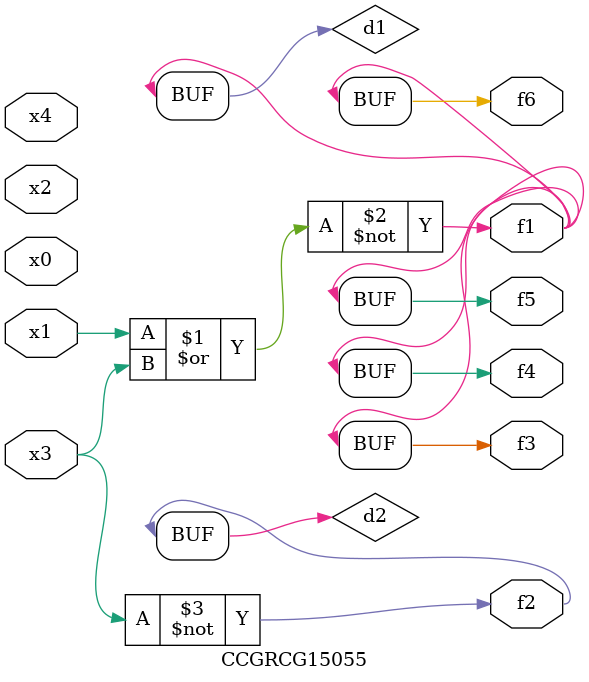
<source format=v>
module CCGRCG15055(
	input x0, x1, x2, x3, x4,
	output f1, f2, f3, f4, f5, f6
);

	wire d1, d2;

	nor (d1, x1, x3);
	not (d2, x3);
	assign f1 = d1;
	assign f2 = d2;
	assign f3 = d1;
	assign f4 = d1;
	assign f5 = d1;
	assign f6 = d1;
endmodule

</source>
